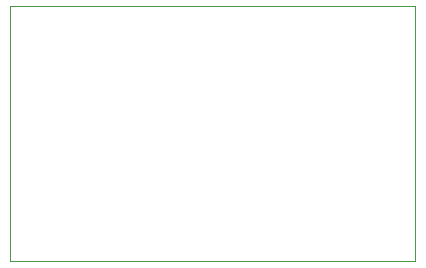
<source format=gbr>
%TF.GenerationSoftware,KiCad,Pcbnew,9.0.1*%
%TF.CreationDate,2025-07-19T07:10:27-04:00*%
%TF.ProjectId,MX25V5126FM1I,4d583235-5635-4313-9236-464d31492e6b,rev?*%
%TF.SameCoordinates,Original*%
%TF.FileFunction,Profile,NP*%
%FSLAX46Y46*%
G04 Gerber Fmt 4.6, Leading zero omitted, Abs format (unit mm)*
G04 Created by KiCad (PCBNEW 9.0.1) date 2025-07-19 07:10:27*
%MOMM*%
%LPD*%
G01*
G04 APERTURE LIST*
%TA.AperFunction,Profile*%
%ADD10C,0.050000*%
%TD*%
G04 APERTURE END LIST*
D10*
X135890000Y-78740000D02*
X170180000Y-78740000D01*
X170180000Y-100330000D01*
X135890000Y-100330000D01*
X135890000Y-78740000D01*
M02*

</source>
